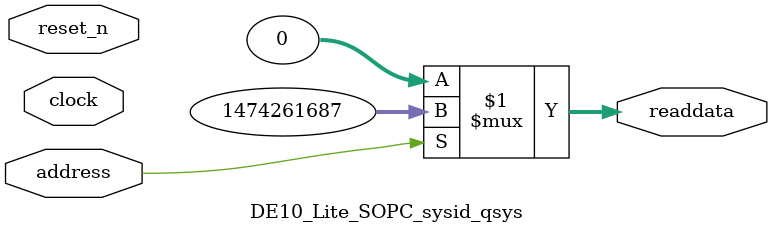
<source format=v>



// synthesis translate_off
`timescale 1ns / 1ps
// synthesis translate_on

// turn off superfluous verilog processor warnings 
// altera message_level Level1 
// altera message_off 10034 10035 10036 10037 10230 10240 10030 

module DE10_Lite_SOPC_sysid_qsys (
               // inputs:
                address,
                clock,
                reset_n,

               // outputs:
                readdata
             )
;

  output  [ 31: 0] readdata;
  input            address;
  input            clock;
  input            reset_n;

  wire    [ 31: 0] readdata;
  //control_slave, which is an e_avalon_slave
  assign readdata = address ? 1474261687 : 0;

endmodule



</source>
